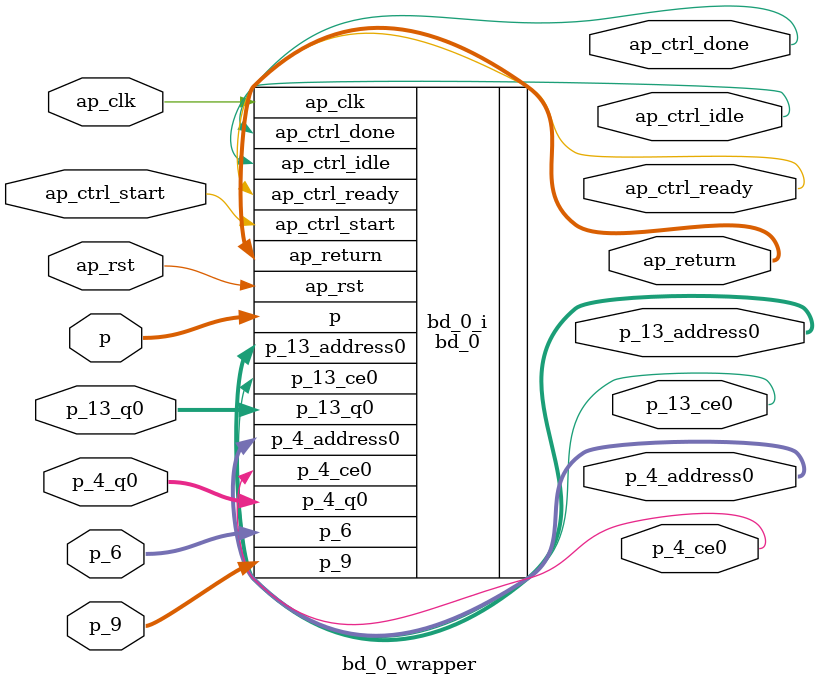
<source format=v>
`timescale 1 ps / 1 ps

module bd_0_wrapper
   (ap_clk,
    ap_ctrl_done,
    ap_ctrl_idle,
    ap_ctrl_ready,
    ap_ctrl_start,
    ap_return,
    ap_rst,
    p,
    p_13_address0,
    p_13_ce0,
    p_13_q0,
    p_4_address0,
    p_4_ce0,
    p_4_q0,
    p_6,
    p_9);
  input ap_clk;
  output ap_ctrl_done;
  output ap_ctrl_idle;
  output ap_ctrl_ready;
  input ap_ctrl_start;
  output [31:0]ap_return;
  input ap_rst;
  input [63:0]p;
  output [2:0]p_13_address0;
  output p_13_ce0;
  input [31:0]p_13_q0;
  output [3:0]p_4_address0;
  output p_4_ce0;
  input [31:0]p_4_q0;
  input [31:0]p_6;
  input [7:0]p_9;

  wire ap_clk;
  wire ap_ctrl_done;
  wire ap_ctrl_idle;
  wire ap_ctrl_ready;
  wire ap_ctrl_start;
  wire [31:0]ap_return;
  wire ap_rst;
  wire [63:0]p;
  wire [2:0]p_13_address0;
  wire p_13_ce0;
  wire [31:0]p_13_q0;
  wire [3:0]p_4_address0;
  wire p_4_ce0;
  wire [31:0]p_4_q0;
  wire [31:0]p_6;
  wire [7:0]p_9;

  bd_0 bd_0_i
       (.ap_clk(ap_clk),
        .ap_ctrl_done(ap_ctrl_done),
        .ap_ctrl_idle(ap_ctrl_idle),
        .ap_ctrl_ready(ap_ctrl_ready),
        .ap_ctrl_start(ap_ctrl_start),
        .ap_return(ap_return),
        .ap_rst(ap_rst),
        .p(p),
        .p_13_address0(p_13_address0),
        .p_13_ce0(p_13_ce0),
        .p_13_q0(p_13_q0),
        .p_4_address0(p_4_address0),
        .p_4_ce0(p_4_ce0),
        .p_4_q0(p_4_q0),
        .p_6(p_6),
        .p_9(p_9));
endmodule

</source>
